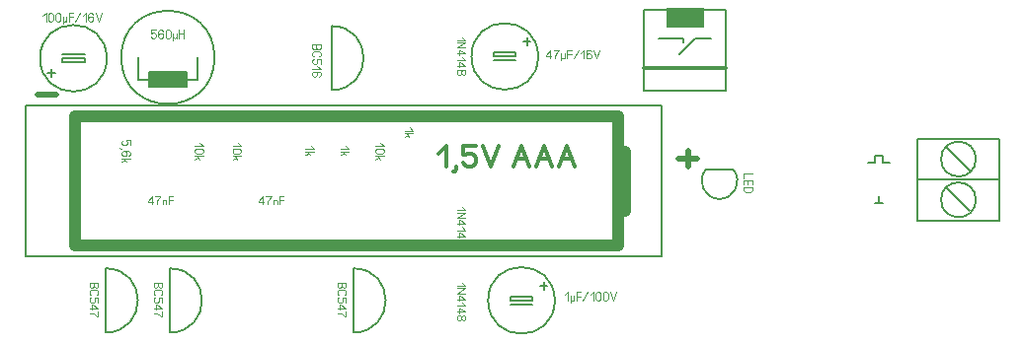
<source format=gbr>
%FSLAX34Y34*%
%MOMM*%
%LNSILK_TOP*%
G71*
G01*
%ADD10C,0.200*%
%ADD11C,0.089*%
%ADD12C,0.150*%
%ADD13R,3.200X1.700*%
%ADD14C,0.300*%
%ADD15C,0.476*%
%ADD16C,1.000*%
%ADD17C,0.318*%
%LPD*%
G54D10*
X5000Y-82500D02*
X5000Y-212500D01*
X550000Y-212500D01*
X550000Y-82500D01*
X5000Y-82500D01*
G54D11*
X94611Y-116767D02*
X94611Y-112500D01*
X91500Y-112500D01*
X91500Y-113033D01*
X91944Y-114100D01*
X91944Y-115167D01*
X91500Y-116233D01*
X90611Y-116767D01*
X88833Y-116767D01*
X87944Y-116233D01*
X87500Y-115167D01*
X87500Y-114100D01*
X87944Y-113033D01*
X88833Y-112500D01*
G54D11*
X87500Y-119790D02*
X86611Y-119790D01*
X85722Y-119256D01*
X85722Y-118723D01*
G54D11*
X93278Y-126013D02*
X94167Y-125479D01*
X94611Y-124413D01*
X94611Y-123346D01*
X94167Y-122279D01*
X93278Y-121746D01*
X91056Y-121746D01*
X90611Y-121746D01*
X91500Y-123346D01*
X91500Y-124413D01*
X91056Y-125479D01*
X90167Y-126013D01*
X88833Y-126013D01*
X87944Y-125479D01*
X87500Y-124413D01*
X87500Y-123346D01*
X87944Y-122279D01*
X88833Y-121746D01*
X91056Y-121746D01*
G54D11*
X87500Y-127969D02*
X94611Y-127969D01*
G54D11*
X90167Y-129569D02*
X87500Y-131169D01*
G54D11*
X89278Y-127969D02*
X91500Y-131169D01*
G54D11*
X154444Y-115000D02*
X157111Y-117667D01*
X150000Y-117667D01*
G54D11*
X155778Y-123890D02*
X151333Y-123890D01*
X150444Y-123356D01*
X150000Y-122290D01*
X150000Y-121223D01*
X150444Y-120156D01*
X151333Y-119623D01*
X155778Y-119623D01*
X156667Y-120156D01*
X157111Y-121223D01*
X157111Y-122290D01*
X156667Y-123356D01*
X155778Y-123890D01*
G54D11*
X150000Y-125846D02*
X157111Y-125846D01*
G54D11*
X152667Y-127446D02*
X150000Y-129046D01*
G54D11*
X151778Y-125846D02*
X154000Y-129046D01*
G54D11*
X186944Y-115000D02*
X189611Y-117667D01*
X182500Y-117667D01*
G54D11*
X188278Y-123890D02*
X183833Y-123890D01*
X182944Y-123356D01*
X182500Y-122290D01*
X182500Y-121223D01*
X182944Y-120156D01*
X183833Y-119623D01*
X188278Y-119623D01*
X189167Y-120156D01*
X189611Y-121223D01*
X189611Y-122290D01*
X189167Y-123356D01*
X188278Y-123890D01*
G54D11*
X182500Y-125846D02*
X189611Y-125846D01*
G54D11*
X185167Y-127446D02*
X182500Y-129046D01*
G54D11*
X184278Y-125846D02*
X186500Y-129046D01*
G54D11*
X249444Y-117500D02*
X252111Y-120167D01*
X245000Y-120167D01*
G54D11*
X245000Y-122123D02*
X252111Y-122123D01*
G54D11*
X247667Y-123723D02*
X245000Y-125323D01*
G54D11*
X246778Y-122123D02*
X249000Y-125323D01*
G54D10*
G75*
G01X73750Y-277500D02*
G03X73750Y-222500I0J27500D01*
G01*
G54D10*
X73750Y-222500D02*
X73750Y-277500D01*
G54D10*
G75*
G01X128750Y-277500D02*
G03X128750Y-222500I0J27500D01*
G01*
G54D10*
X128750Y-222500D02*
X128750Y-277500D01*
G54D11*
X208200Y-167500D02*
X208200Y-160389D01*
X205000Y-164833D01*
X205000Y-165722D01*
X209267Y-165722D01*
G54D11*
X211223Y-160389D02*
X215490Y-160389D01*
X214956Y-161278D01*
X213890Y-162611D01*
X212823Y-164389D01*
X212290Y-165722D01*
X212290Y-167500D01*
G54D11*
X217446Y-167500D02*
X217446Y-163500D01*
G54D11*
X217446Y-164389D02*
X217979Y-163767D01*
X219046Y-163500D01*
X220113Y-163767D01*
X220646Y-164389D01*
X220646Y-167500D01*
G54D11*
X222602Y-167500D02*
X222602Y-160389D01*
X226335Y-160389D01*
G54D11*
X222602Y-163944D02*
X226335Y-163944D01*
G54D11*
X113200Y-167500D02*
X113200Y-160389D01*
X110000Y-164833D01*
X110000Y-165722D01*
X114267Y-165722D01*
G54D11*
X116223Y-160389D02*
X120490Y-160389D01*
X119956Y-161278D01*
X118890Y-162611D01*
X117823Y-164389D01*
X117290Y-165722D01*
X117290Y-167500D01*
G54D11*
X122446Y-167500D02*
X122446Y-163500D01*
G54D11*
X122446Y-164389D02*
X122979Y-163767D01*
X124046Y-163500D01*
X125113Y-163767D01*
X125646Y-164389D01*
X125646Y-167500D01*
G54D11*
X127602Y-167500D02*
X127602Y-160389D01*
X131335Y-160389D01*
G54D11*
X127602Y-163944D02*
X131335Y-163944D01*
G54D11*
X60000Y-235000D02*
X67111Y-235000D01*
X67111Y-237667D01*
X66667Y-238733D01*
X65778Y-239267D01*
X64889Y-239267D01*
X64000Y-238733D01*
X63556Y-237667D01*
X63111Y-238733D01*
X62222Y-239267D01*
X61333Y-239267D01*
X60444Y-238733D01*
X60000Y-237667D01*
X60000Y-235000D01*
G54D11*
X63556Y-235000D02*
X63556Y-237667D01*
G54D11*
X61333Y-245490D02*
X60444Y-244956D01*
X60000Y-243890D01*
X60000Y-242823D01*
X60444Y-241756D01*
X61333Y-241223D01*
X65778Y-241223D01*
X66667Y-241756D01*
X67111Y-242823D01*
X67111Y-243890D01*
X66667Y-244956D01*
X65778Y-245490D01*
G54D11*
X67111Y-251713D02*
X67111Y-247446D01*
X64000Y-247446D01*
X64000Y-247979D01*
X64444Y-249046D01*
X64444Y-250113D01*
X64000Y-251179D01*
X63111Y-251713D01*
X61333Y-251713D01*
X60444Y-251179D01*
X60000Y-250113D01*
X60000Y-249046D01*
X60444Y-247979D01*
X61333Y-247446D01*
G54D11*
X60000Y-256869D02*
X67111Y-256869D01*
X62667Y-253669D01*
X61778Y-253669D01*
X61778Y-257936D01*
G54D11*
X67111Y-259892D02*
X67111Y-264159D01*
X66222Y-263625D01*
X64889Y-262559D01*
X63111Y-261492D01*
X61778Y-260959D01*
X60000Y-260959D01*
G54D11*
X115000Y-235000D02*
X122111Y-235000D01*
X122111Y-237667D01*
X121667Y-238733D01*
X120778Y-239267D01*
X119889Y-239267D01*
X119000Y-238733D01*
X118556Y-237667D01*
X118111Y-238733D01*
X117222Y-239267D01*
X116333Y-239267D01*
X115444Y-238733D01*
X115000Y-237667D01*
X115000Y-235000D01*
G54D11*
X118556Y-235000D02*
X118556Y-237667D01*
G54D11*
X116333Y-245490D02*
X115444Y-244956D01*
X115000Y-243890D01*
X115000Y-242823D01*
X115444Y-241756D01*
X116333Y-241223D01*
X120778Y-241223D01*
X121667Y-241756D01*
X122111Y-242823D01*
X122111Y-243890D01*
X121667Y-244956D01*
X120778Y-245490D01*
G54D11*
X122111Y-251713D02*
X122111Y-247446D01*
X119000Y-247446D01*
X119000Y-247979D01*
X119444Y-249046D01*
X119444Y-250113D01*
X119000Y-251179D01*
X118111Y-251713D01*
X116333Y-251713D01*
X115444Y-251179D01*
X115000Y-250113D01*
X115000Y-249046D01*
X115444Y-247979D01*
X116333Y-247446D01*
G54D11*
X115000Y-256869D02*
X122111Y-256869D01*
X117667Y-253669D01*
X116778Y-253669D01*
X116778Y-257936D01*
G54D11*
X122111Y-259892D02*
X122111Y-264159D01*
X121222Y-263625D01*
X119889Y-262559D01*
X118111Y-261492D01*
X116778Y-260959D01*
X115000Y-260959D01*
G54D11*
X279444Y-117500D02*
X282111Y-120167D01*
X275000Y-120167D01*
G54D11*
X275000Y-122123D02*
X282111Y-122123D01*
G54D11*
X277667Y-123723D02*
X275000Y-125323D01*
G54D11*
X276778Y-122123D02*
X279000Y-125323D01*
G54D10*
G75*
G01X286250Y-277500D02*
G03X286250Y-222500I0J27500D01*
G01*
G54D10*
X286250Y-222500D02*
X286250Y-277500D01*
G54D11*
X309444Y-115000D02*
X312111Y-117667D01*
X305000Y-117667D01*
G54D11*
X310778Y-123890D02*
X306333Y-123890D01*
X305444Y-123356D01*
X305000Y-122290D01*
X305000Y-121223D01*
X305444Y-120156D01*
X306333Y-119623D01*
X310778Y-119623D01*
X311667Y-120156D01*
X312111Y-121223D01*
X312111Y-122290D01*
X311667Y-123356D01*
X310778Y-123890D01*
G54D11*
X305000Y-125846D02*
X312111Y-125846D01*
G54D11*
X307667Y-127446D02*
X305000Y-129046D01*
G54D11*
X306778Y-125846D02*
X309000Y-129046D01*
G54D11*
X272500Y-235000D02*
X279611Y-235000D01*
X279611Y-237667D01*
X279167Y-238733D01*
X278278Y-239267D01*
X277389Y-239267D01*
X276500Y-238733D01*
X276056Y-237667D01*
X275611Y-238733D01*
X274722Y-239267D01*
X273833Y-239267D01*
X272944Y-238733D01*
X272500Y-237667D01*
X272500Y-235000D01*
G54D11*
X276056Y-235000D02*
X276056Y-237667D01*
G54D11*
X273833Y-245490D02*
X272944Y-244956D01*
X272500Y-243890D01*
X272500Y-242823D01*
X272944Y-241756D01*
X273833Y-241223D01*
X278278Y-241223D01*
X279167Y-241756D01*
X279611Y-242823D01*
X279611Y-243890D01*
X279167Y-244956D01*
X278278Y-245490D01*
G54D11*
X279611Y-251713D02*
X279611Y-247446D01*
X276500Y-247446D01*
X276500Y-247979D01*
X276944Y-249046D01*
X276944Y-250113D01*
X276500Y-251179D01*
X275611Y-251713D01*
X273833Y-251713D01*
X272944Y-251179D01*
X272500Y-250113D01*
X272500Y-249046D01*
X272944Y-247979D01*
X273833Y-247446D01*
G54D11*
X272500Y-256869D02*
X279611Y-256869D01*
X275167Y-253669D01*
X274278Y-253669D01*
X274278Y-257936D01*
G54D11*
X279611Y-259892D02*
X279611Y-264159D01*
X278722Y-263625D01*
X277389Y-262559D01*
X275611Y-261492D01*
X274278Y-260959D01*
X272500Y-260959D01*
G54D10*
X420700Y-250000D02*
X420700Y-246800D01*
X439700Y-246800D01*
X439700Y-250000D01*
X420700Y-250000D01*
G54D10*
G75*
G01X458800Y-250000D02*
G03X458800Y-250000I-28600J0D01*
G01*
G54D10*
X446100Y-237300D02*
X452400Y-237300D01*
G54D10*
X449300Y-240500D02*
X449300Y-234100D01*
G54D10*
X420700Y-253200D02*
X439700Y-253200D01*
G54D11*
X379444Y-170000D02*
X382111Y-172667D01*
X375000Y-172667D01*
G54D11*
X375000Y-174623D02*
X382111Y-174623D01*
X375000Y-178890D01*
X382111Y-178890D01*
G54D11*
X375000Y-184046D02*
X382111Y-184046D01*
X377667Y-180846D01*
X376778Y-180846D01*
X376778Y-185113D01*
G54D11*
X379444Y-187069D02*
X382111Y-189736D01*
X375000Y-189736D01*
G54D11*
X375000Y-194892D02*
X382111Y-194892D01*
X377667Y-191692D01*
X376778Y-191692D01*
X376778Y-195959D01*
G54D11*
X378556Y-200582D02*
X378556Y-199515D01*
X379000Y-198448D01*
X379889Y-197915D01*
X380778Y-197915D01*
X381667Y-198448D01*
X382111Y-199515D01*
X382111Y-200582D01*
X381667Y-201648D01*
X380778Y-202182D01*
X379889Y-202182D01*
X379000Y-201648D01*
X378556Y-200582D01*
X378111Y-201648D01*
X377222Y-202182D01*
X376333Y-202182D01*
X375444Y-201648D01*
X375000Y-200582D01*
X375000Y-199515D01*
X375444Y-198448D01*
X376333Y-197915D01*
X377222Y-197915D01*
X378111Y-198448D01*
X378556Y-199515D01*
G54D11*
X379444Y-235000D02*
X382111Y-237667D01*
X375000Y-237667D01*
G54D11*
X375000Y-239623D02*
X382111Y-239623D01*
X375000Y-243890D01*
X382111Y-243890D01*
G54D11*
X375000Y-249046D02*
X382111Y-249046D01*
X377667Y-245846D01*
X376778Y-245846D01*
X376778Y-250113D01*
G54D11*
X379444Y-252069D02*
X382111Y-254736D01*
X375000Y-254736D01*
G54D11*
X375000Y-259892D02*
X382111Y-259892D01*
X377667Y-256692D01*
X376778Y-256692D01*
X376778Y-260959D01*
G54D11*
X378556Y-265582D02*
X378556Y-264515D01*
X379000Y-263448D01*
X379889Y-262915D01*
X380778Y-262915D01*
X381667Y-263448D01*
X382111Y-264515D01*
X382111Y-265582D01*
X381667Y-266648D01*
X380778Y-267182D01*
X379889Y-267182D01*
X379000Y-266648D01*
X378556Y-265582D01*
X378111Y-266648D01*
X377222Y-267182D01*
X376333Y-267182D01*
X375444Y-266648D01*
X375000Y-265582D01*
X375000Y-264515D01*
X375444Y-263448D01*
X376333Y-262915D01*
X377222Y-262915D01*
X378111Y-263448D01*
X378556Y-264515D01*
G54D10*
X535050Y-70050D02*
X535050Y-50D01*
X605050Y-50D01*
X605050Y-70050D01*
X535050Y-70050D01*
G54D12*
X592550Y-24776D02*
X579050Y-24776D01*
X565500Y-38326D01*
G54D12*
X547550Y-24776D02*
X568675Y-24776D01*
X568675Y-28801D01*
X570262Y-7450D02*
G54D13*
D03*
G54D14*
X535050Y-50050D02*
X605050Y-50050D01*
G54D11*
X467500Y-245556D02*
X470167Y-242889D01*
X470167Y-250000D01*
G54D11*
X472123Y-246000D02*
X472123Y-251778D01*
G54D11*
X475323Y-246000D02*
X475323Y-250000D01*
G54D11*
X475323Y-249111D02*
X474790Y-249822D01*
X473723Y-250000D01*
X472656Y-249822D01*
X472123Y-249111D01*
X472123Y-246000D01*
G54D11*
X477279Y-250000D02*
X477279Y-242889D01*
X481012Y-242889D01*
G54D11*
X477279Y-246444D02*
X481012Y-246444D01*
G54D11*
X482968Y-250000D02*
X487235Y-242889D01*
G54D11*
X489191Y-245556D02*
X491858Y-242889D01*
X491858Y-250000D01*
G54D11*
X498081Y-244222D02*
X498081Y-248667D01*
X497547Y-249556D01*
X496481Y-250000D01*
X495414Y-250000D01*
X494347Y-249556D01*
X493814Y-248667D01*
X493814Y-244222D01*
X494347Y-243333D01*
X495414Y-242889D01*
X496481Y-242889D01*
X497547Y-243333D01*
X498081Y-244222D01*
G54D11*
X504304Y-244222D02*
X504304Y-248667D01*
X503770Y-249556D01*
X502704Y-250000D01*
X501637Y-250000D01*
X500570Y-249556D01*
X500037Y-248667D01*
X500037Y-244222D01*
X500570Y-243333D01*
X501637Y-242889D01*
X502704Y-242889D01*
X503770Y-243333D01*
X504304Y-244222D01*
G54D11*
X506260Y-242889D02*
X508927Y-250000D01*
X511593Y-242889D01*
G54D15*
X565000Y-128333D02*
X581000Y-128333D01*
G54D15*
X573000Y-121667D02*
X573000Y-135000D01*
G54D15*
X15238Y-72858D02*
X31238Y-72858D01*
G54D10*
G75*
G01X588203Y-137601D02*
G03X611797Y-137601I11797J-9899D01*
G01*
G54D10*
X588000Y-137500D02*
X612000Y-137500D01*
G54D10*
G75*
G01X267350Y-69325D02*
G03X267350Y-14325I0J27500D01*
G01*
G54D10*
X267350Y-14325D02*
X267350Y-69325D01*
G54D11*
X334444Y-101500D02*
X337111Y-104167D01*
X330000Y-104167D01*
G54D11*
X330000Y-106123D02*
X337111Y-106123D01*
G54D11*
X332667Y-107723D02*
X330000Y-109323D01*
G54D11*
X331778Y-106123D02*
X334000Y-109323D01*
G36*
X111125Y-53975D02*
X111125Y-66675D01*
X142875Y-66675D01*
X142875Y-53975D01*
X111125Y-53975D01*
G37*
G54D12*
X111125Y-53975D02*
X111125Y-66675D01*
X142875Y-66675D01*
X142875Y-53975D01*
X111125Y-53975D01*
G54D10*
X111125Y-60325D02*
X101600Y-60325D01*
X101600Y-41275D01*
G54D10*
X142875Y-60325D02*
X152400Y-60325D01*
X152400Y-41275D01*
G54D10*
X406412Y-40450D02*
X406412Y-37250D01*
X425412Y-37250D01*
X425412Y-40450D01*
X406412Y-40450D01*
G54D10*
G75*
G01X444512Y-40450D02*
G03X444512Y-40450I-28600J0D01*
G01*
G54D10*
X431812Y-27750D02*
X438112Y-27750D01*
G54D10*
X435012Y-30950D02*
X435012Y-24550D01*
G54D10*
X406412Y-43650D02*
X425412Y-43650D01*
G54D11*
X19825Y-5843D02*
X22492Y-3176D01*
X22492Y-10288D01*
G54D11*
X28715Y-4510D02*
X28715Y-8954D01*
X28181Y-9843D01*
X27115Y-10288D01*
X26048Y-10288D01*
X24981Y-9843D01*
X24448Y-8954D01*
X24448Y-4510D01*
X24981Y-3621D01*
X26048Y-3176D01*
X27115Y-3176D01*
X28181Y-3621D01*
X28715Y-4510D01*
G54D11*
X34938Y-4510D02*
X34938Y-8954D01*
X34404Y-9843D01*
X33338Y-10288D01*
X32271Y-10288D01*
X31204Y-9843D01*
X30671Y-8954D01*
X30671Y-4510D01*
X31204Y-3621D01*
X32271Y-3176D01*
X33338Y-3176D01*
X34404Y-3621D01*
X34938Y-4510D01*
G54D11*
X36894Y-6288D02*
X36894Y-12065D01*
G54D11*
X40094Y-6288D02*
X40094Y-10288D01*
G54D11*
X40094Y-9399D02*
X39561Y-10110D01*
X38494Y-10288D01*
X37427Y-10110D01*
X36894Y-9399D01*
X36894Y-6288D01*
G54D11*
X42050Y-10288D02*
X42050Y-3176D01*
X45783Y-3176D01*
G54D11*
X42050Y-6732D02*
X45783Y-6732D01*
G54D11*
X47739Y-10288D02*
X52006Y-3176D01*
G54D11*
X53962Y-5843D02*
X56629Y-3176D01*
X56629Y-10288D01*
G54D11*
X62852Y-4510D02*
X62318Y-3621D01*
X61252Y-3176D01*
X60185Y-3176D01*
X59118Y-3621D01*
X58585Y-4510D01*
X58585Y-6732D01*
X58585Y-7176D01*
X60185Y-6288D01*
X61252Y-6288D01*
X62318Y-6732D01*
X62852Y-7621D01*
X62852Y-8954D01*
X62318Y-9843D01*
X61252Y-10288D01*
X60185Y-10288D01*
X59118Y-9843D01*
X58585Y-8954D01*
X58585Y-6732D01*
G54D11*
X64808Y-3176D02*
X67475Y-10288D01*
X70141Y-3176D01*
G54D11*
X379444Y-23950D02*
X382111Y-26617D01*
X375000Y-26617D01*
G54D11*
X375000Y-28573D02*
X382111Y-28573D01*
X375000Y-32840D01*
X382111Y-32840D01*
G54D11*
X375000Y-37996D02*
X382111Y-37996D01*
X377667Y-34796D01*
X376778Y-34796D01*
X376778Y-39063D01*
G54D11*
X379444Y-41019D02*
X382111Y-43686D01*
X375000Y-43686D01*
G54D11*
X375000Y-48842D02*
X382111Y-48842D01*
X377667Y-45642D01*
X376778Y-45642D01*
X376778Y-49909D01*
G54D11*
X378556Y-54532D02*
X378556Y-53465D01*
X379000Y-52398D01*
X379889Y-51865D01*
X380778Y-51865D01*
X381667Y-52398D01*
X382111Y-53465D01*
X382111Y-54532D01*
X381667Y-55598D01*
X380778Y-56132D01*
X379889Y-56132D01*
X379000Y-55598D01*
X378556Y-54532D01*
X378111Y-55598D01*
X377222Y-56132D01*
X376333Y-56132D01*
X375444Y-55598D01*
X375000Y-54532D01*
X375000Y-53465D01*
X375444Y-52398D01*
X376333Y-51865D01*
X377222Y-51865D01*
X378111Y-52398D01*
X378556Y-53465D01*
G54D11*
X627824Y-141288D02*
X620712Y-141288D01*
X620712Y-145021D01*
G54D11*
X620712Y-150710D02*
X620712Y-146976D01*
X627824Y-146976D01*
X627824Y-150710D01*
G54D11*
X624268Y-146976D02*
X624268Y-150710D01*
G54D11*
X620712Y-152666D02*
X627824Y-152666D01*
X627824Y-155332D01*
X627379Y-156399D01*
X626490Y-156932D01*
X622046Y-156932D01*
X621157Y-156399D01*
X620712Y-155332D01*
X620712Y-152666D01*
G54D11*
X250825Y-30162D02*
X257936Y-30162D01*
X257936Y-32829D01*
X257492Y-33896D01*
X256603Y-34429D01*
X255714Y-34429D01*
X254825Y-33896D01*
X254381Y-32829D01*
X253936Y-33896D01*
X253047Y-34429D01*
X252158Y-34429D01*
X251269Y-33896D01*
X250825Y-32829D01*
X250825Y-30162D01*
G54D11*
X254381Y-30162D02*
X254381Y-32829D01*
G54D11*
X252158Y-40652D02*
X251269Y-40119D01*
X250825Y-39052D01*
X250825Y-37986D01*
X251269Y-36919D01*
X252158Y-36386D01*
X256603Y-36386D01*
X257492Y-36919D01*
X257936Y-37986D01*
X257936Y-39052D01*
X257492Y-40119D01*
X256603Y-40652D01*
G54D11*
X257936Y-46875D02*
X257936Y-42608D01*
X254825Y-42608D01*
X254825Y-43142D01*
X255269Y-44208D01*
X255269Y-45275D01*
X254825Y-46342D01*
X253936Y-46875D01*
X252158Y-46875D01*
X251269Y-46342D01*
X250825Y-45275D01*
X250825Y-44208D01*
X251269Y-43142D01*
X252158Y-42608D01*
G54D11*
X255269Y-48832D02*
X257936Y-51498D01*
X250825Y-51498D01*
G54D11*
X256603Y-57721D02*
X257492Y-57188D01*
X257936Y-56121D01*
X257936Y-55054D01*
X257492Y-53988D01*
X256603Y-53454D01*
X254381Y-53454D01*
X253936Y-53454D01*
X254825Y-55054D01*
X254825Y-56121D01*
X254381Y-57188D01*
X253492Y-57721D01*
X252158Y-57721D01*
X251269Y-57188D01*
X250825Y-56121D01*
X250825Y-55054D01*
X251269Y-53988D01*
X252158Y-53454D01*
X254381Y-53454D01*
G54D11*
X116742Y-17569D02*
X112475Y-17569D01*
X112475Y-20680D01*
X113008Y-20680D01*
X114075Y-20236D01*
X115142Y-20236D01*
X116208Y-20680D01*
X116742Y-21569D01*
X116742Y-23347D01*
X116208Y-24236D01*
X115142Y-24680D01*
X114075Y-24680D01*
X113008Y-24236D01*
X112475Y-23347D01*
G54D11*
X122965Y-18903D02*
X122431Y-18014D01*
X121365Y-17569D01*
X120298Y-17569D01*
X119231Y-18014D01*
X118698Y-18903D01*
X118698Y-21125D01*
X118698Y-21569D01*
X120298Y-20680D01*
X121365Y-20680D01*
X122431Y-21125D01*
X122965Y-22014D01*
X122965Y-23347D01*
X122431Y-24236D01*
X121365Y-24680D01*
X120298Y-24680D01*
X119231Y-24236D01*
X118698Y-23347D01*
X118698Y-21125D01*
G54D11*
X129188Y-18903D02*
X129188Y-23347D01*
X128654Y-24236D01*
X127588Y-24680D01*
X126521Y-24680D01*
X125454Y-24236D01*
X124921Y-23347D01*
X124921Y-18903D01*
X125454Y-18014D01*
X126521Y-17569D01*
X127588Y-17569D01*
X128654Y-18014D01*
X129188Y-18903D01*
G54D11*
X131144Y-20680D02*
X131144Y-26458D01*
G54D11*
X134344Y-20680D02*
X134344Y-24680D01*
G54D11*
X134344Y-23792D02*
X133811Y-24503D01*
X132744Y-24680D01*
X131677Y-24503D01*
X131144Y-23792D01*
X131144Y-20680D01*
G54D11*
X136300Y-24680D02*
X136300Y-17569D01*
G54D11*
X140567Y-24680D02*
X140567Y-17569D01*
G54D11*
X136300Y-21125D02*
X140567Y-21125D01*
G54D10*
G75*
G01X167000Y-41275D02*
G03X167000Y-41275I-40000J0D01*
G01*
G54D12*
X839862Y-111288D02*
X769862Y-111288D01*
G54D12*
X839862Y-181288D02*
X839862Y-111288D01*
G54D12*
X769862Y-181288D02*
X769862Y-111288D01*
G54D12*
X769862Y-181288D02*
X839862Y-181288D01*
G54D12*
X839862Y-146288D02*
X769862Y-146288D01*
G54D12*
G75*
G01X819812Y-128588D02*
G03X819812Y-128588I-14950J0D01*
G01*
G54D12*
G75*
G01X819812Y-163588D02*
G03X819812Y-163588I-14950J0D01*
G01*
G54D12*
X794862Y-118588D02*
X814862Y-138588D01*
G54D12*
X794862Y-153588D02*
X814862Y-173588D01*
G54D10*
X55524Y-42038D02*
X55524Y-45238D01*
X36524Y-45238D01*
X36524Y-42038D01*
X55524Y-42038D01*
G54D10*
G75*
G01X74624Y-42038D02*
G03X74624Y-42038I-28600J0D01*
G01*
G54D10*
X30124Y-54738D02*
X23824Y-54738D01*
G54D10*
X26924Y-51538D02*
X26924Y-57938D01*
G54D10*
X55524Y-38838D02*
X36524Y-38838D01*
G54D11*
X454825Y-42038D02*
X454825Y-34926D01*
X451625Y-39371D01*
X451625Y-40260D01*
X455892Y-40260D01*
G54D11*
X457848Y-34926D02*
X462115Y-34926D01*
X461581Y-35815D01*
X460515Y-37149D01*
X459448Y-38926D01*
X458915Y-40260D01*
X458915Y-42038D01*
G54D11*
X464071Y-38038D02*
X464071Y-43815D01*
G54D11*
X467271Y-38038D02*
X467271Y-42038D01*
G54D11*
X467271Y-41149D02*
X466738Y-41860D01*
X465671Y-42038D01*
X464604Y-41860D01*
X464071Y-41149D01*
X464071Y-38038D01*
G54D11*
X469227Y-42038D02*
X469227Y-34926D01*
X472960Y-34926D01*
G54D11*
X469227Y-38482D02*
X472960Y-38482D01*
G54D11*
X474916Y-42038D02*
X479183Y-34926D01*
G54D11*
X481139Y-37593D02*
X483806Y-34926D01*
X483806Y-42038D01*
G54D11*
X490029Y-36260D02*
X489495Y-35371D01*
X488429Y-34926D01*
X487362Y-34926D01*
X486295Y-35371D01*
X485762Y-36260D01*
X485762Y-38482D01*
X485762Y-38926D01*
X487362Y-38038D01*
X488429Y-38038D01*
X489495Y-38482D01*
X490029Y-39371D01*
X490029Y-40704D01*
X489495Y-41593D01*
X488429Y-42038D01*
X487362Y-42038D01*
X486295Y-41593D01*
X485762Y-40704D01*
X485762Y-38482D01*
G54D11*
X491985Y-34926D02*
X494652Y-42038D01*
X497318Y-34926D01*
G54D10*
X736600Y-160338D02*
X736600Y-166688D01*
X739775Y-166688D01*
G54D10*
X736600Y-166688D02*
X733425Y-166688D01*
G54D10*
X733425Y-125412D02*
X739775Y-125412D01*
X739775Y-131762D01*
X746125Y-131762D01*
G54D10*
X733425Y-125412D02*
X733425Y-131762D01*
X727075Y-131762D01*
G54D16*
X47625Y-92075D02*
X512762Y-92075D01*
X512762Y-203200D01*
X47625Y-203200D01*
X47625Y-92075D01*
G54D16*
X512762Y-122238D02*
X519112Y-122238D01*
X519112Y-173038D01*
X512762Y-173038D01*
X512762Y-122238D01*
G54D17*
X358775Y-123826D02*
X365442Y-117160D01*
X365442Y-134938D01*
G54D17*
X374331Y-134938D02*
X374331Y-137160D01*
X372997Y-139382D01*
X371664Y-139382D01*
G54D17*
X391220Y-117160D02*
X380553Y-117160D01*
X380553Y-124938D01*
X381886Y-124938D01*
X384553Y-123826D01*
X387220Y-123826D01*
X389886Y-124938D01*
X391220Y-127160D01*
X391220Y-131604D01*
X389886Y-133826D01*
X387220Y-134938D01*
X384553Y-134938D01*
X381886Y-133826D01*
X380553Y-131604D01*
G54D17*
X397442Y-117160D02*
X404109Y-134938D01*
X410775Y-117160D01*
G54D17*
X423486Y-134938D02*
X430153Y-117160D01*
X436819Y-134938D01*
G54D17*
X426153Y-128271D02*
X434153Y-128271D01*
G54D17*
X443041Y-134938D02*
X449708Y-117160D01*
X456374Y-134938D01*
G54D17*
X445708Y-128271D02*
X453708Y-128271D01*
G54D17*
X462596Y-134938D02*
X469263Y-117160D01*
X475929Y-134938D01*
G54D17*
X465263Y-128271D02*
X473263Y-128271D01*
M02*

</source>
